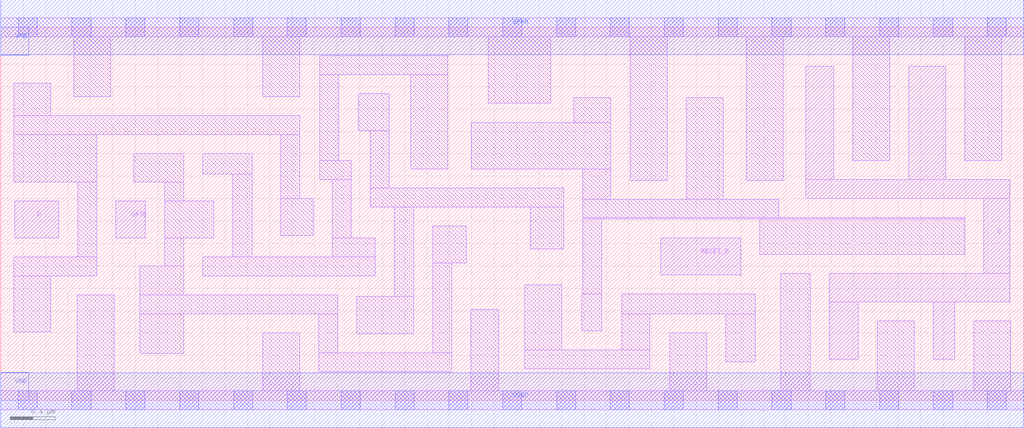
<source format=lef>
# Copyright 2020 The SkyWater PDK Authors
#
# Licensed under the Apache License, Version 2.0 (the "License");
# you may not use this file except in compliance with the License.
# You may obtain a copy of the License at
#
#     https://www.apache.org/licenses/LICENSE-2.0
#
# Unless required by applicable law or agreed to in writing, software
# distributed under the License is distributed on an "AS IS" BASIS,
# WITHOUT WARRANTIES OR CONDITIONS OF ANY KIND, either express or implied.
# See the License for the specific language governing permissions and
# limitations under the License.
#
# SPDX-License-Identifier: Apache-2.0

VERSION 5.5 ;
NAMESCASESENSITIVE ON ;
BUSBITCHARS "[]" ;
DIVIDERCHAR "/" ;
MACRO sky130_fd_sc_ms__dlrtp_4
  CLASS CORE ;
  SOURCE USER ;
  ORIGIN  0.000000  0.000000 ;
  SIZE  9.120000 BY  3.330000 ;
  SYMMETRY X Y ;
  SITE unit ;
  PIN D
    ANTENNAGATEAREA  0.208000 ;
    DIRECTION INPUT ;
    USE SIGNAL ;
    PORT
      LAYER li1 ;
        RECT 0.125000 1.450000 0.515000 1.780000 ;
    END
  END D
  PIN Q
    ANTENNADIFFAREA  1.164800 ;
    DIRECTION OUTPUT ;
    USE SIGNAL ;
    PORT
      LAYER li1 ;
        RECT 7.175000 1.800000 8.995000 1.970000 ;
        RECT 7.175000 1.970000 7.425000 2.980000 ;
        RECT 7.385000 0.365000 7.645000 0.880000 ;
        RECT 7.385000 0.880000 8.995000 1.130000 ;
        RECT 8.095000 1.970000 8.425000 2.980000 ;
        RECT 8.315000 0.365000 8.505000 0.880000 ;
        RECT 8.765000 1.130000 8.995000 1.800000 ;
    END
  END Q
  PIN RESET_B
    ANTENNAGATEAREA  0.444000 ;
    DIRECTION INPUT ;
    USE SIGNAL ;
    PORT
      LAYER li1 ;
        RECT 5.885000 1.120000 6.595000 1.450000 ;
    END
  END RESET_B
  PIN GATE
    ANTENNAGATEAREA  0.237000 ;
    DIRECTION INPUT ;
    USE CLOCK ;
    PORT
      LAYER li1 ;
        RECT 1.025000 1.450000 1.290000 1.780000 ;
    END
  END GATE
  PIN VGND
    DIRECTION INOUT ;
    USE GROUND ;
    PORT
      LAYER met1 ;
        RECT 0.000000 -0.245000 9.120000 0.245000 ;
    END
  END VGND
  PIN VNB
    DIRECTION INOUT ;
    USE GROUND ;
    PORT
    END
  END VNB
  PIN VPB
    DIRECTION INOUT ;
    USE POWER ;
    PORT
    END
  END VPB
  PIN VNB
    DIRECTION INOUT ;
    USE GROUND ;
    PORT
      LAYER met1 ;
        RECT 0.000000 0.000000 0.250000 0.250000 ;
    END
  END VNB
  PIN VPB
    DIRECTION INOUT ;
    USE POWER ;
    PORT
      LAYER met1 ;
        RECT 0.000000 3.080000 0.250000 3.330000 ;
    END
  END VPB
  PIN VPWR
    DIRECTION INOUT ;
    USE POWER ;
    PORT
      LAYER met1 ;
        RECT 0.000000 3.085000 9.120000 3.575000 ;
    END
  END VPWR
  OBS
    LAYER li1 ;
      RECT 0.000000 -0.085000 9.120000 0.085000 ;
      RECT 0.000000  3.245000 9.120000 3.415000 ;
      RECT 0.115000  0.610000 0.445000 1.110000 ;
      RECT 0.115000  1.110000 0.855000 1.280000 ;
      RECT 0.115000  1.950000 0.855000 2.370000 ;
      RECT 0.115000  2.370000 2.665000 2.540000 ;
      RECT 0.115000  2.540000 0.445000 2.830000 ;
      RECT 0.650000  2.710000 0.980000 3.245000 ;
      RECT 0.680000  0.085000 1.010000 0.940000 ;
      RECT 0.685000  1.280000 0.855000 1.950000 ;
      RECT 1.185000  1.950000 1.630000 2.200000 ;
      RECT 1.240000  0.420000 1.630000 0.770000 ;
      RECT 1.240000  0.770000 3.005000 0.940000 ;
      RECT 1.240000  0.940000 1.630000 1.200000 ;
      RECT 1.460000  1.200000 1.630000 1.450000 ;
      RECT 1.460000  1.450000 1.900000 1.780000 ;
      RECT 1.460000  1.780000 1.630000 1.950000 ;
      RECT 1.800000  1.110000 3.340000 1.280000 ;
      RECT 1.800000  2.020000 2.240000 2.200000 ;
      RECT 2.070000  1.280000 2.240000 2.020000 ;
      RECT 2.335000  0.085000 2.665000 0.600000 ;
      RECT 2.335000  2.710000 2.665000 3.245000 ;
      RECT 2.495000  1.470000 2.785000 1.800000 ;
      RECT 2.495000  1.800000 2.665000 2.370000 ;
      RECT 2.835000  0.255000 4.020000 0.425000 ;
      RECT 2.835000  0.425000 3.005000 0.770000 ;
      RECT 2.845000  1.970000 3.125000 2.140000 ;
      RECT 2.845000  2.140000 3.015000 2.905000 ;
      RECT 2.845000  2.905000 3.985000 3.075000 ;
      RECT 2.955000  1.280000 3.340000 1.450000 ;
      RECT 2.955000  1.450000 3.125000 1.970000 ;
      RECT 3.175000  0.595000 3.680000 0.925000 ;
      RECT 3.185000  2.405000 3.465000 2.735000 ;
      RECT 3.295000  1.725000 5.020000 1.895000 ;
      RECT 3.295000  1.895000 3.465000 2.405000 ;
      RECT 3.510000  0.925000 3.680000 1.725000 ;
      RECT 3.655000  2.065000 3.985000 2.905000 ;
      RECT 3.850000  0.425000 4.020000 1.225000 ;
      RECT 3.850000  1.225000 4.150000 1.555000 ;
      RECT 4.190000  0.085000 4.440000 0.810000 ;
      RECT 4.195000  2.065000 5.440000 2.480000 ;
      RECT 4.345000  2.650000 4.905000 3.245000 ;
      RECT 4.670000  0.280000 5.785000 0.450000 ;
      RECT 4.670000  0.450000 5.000000 1.030000 ;
      RECT 4.720000  1.350000 5.020000 1.725000 ;
      RECT 5.110000  2.480000 5.440000 2.700000 ;
      RECT 5.180000  0.620000 5.360000 0.950000 ;
      RECT 5.190000  0.950000 5.360000 1.620000 ;
      RECT 5.190000  1.620000 8.595000 1.630000 ;
      RECT 5.190000  1.630000 6.935000 1.790000 ;
      RECT 5.190000  1.790000 5.440000 2.065000 ;
      RECT 5.535000  0.450000 5.785000 0.770000 ;
      RECT 5.535000  0.770000 6.725000 0.950000 ;
      RECT 5.610000  1.960000 5.940000 3.245000 ;
      RECT 5.965000  0.085000 6.295000 0.600000 ;
      RECT 6.110000  1.790000 6.440000 2.700000 ;
      RECT 6.465000  0.345000 6.725000 0.770000 ;
      RECT 6.645000  1.960000 6.975000 3.245000 ;
      RECT 6.765000  1.300000 8.595000 1.620000 ;
      RECT 6.955000  0.085000 7.215000 1.130000 ;
      RECT 7.595000  2.140000 7.925000 3.245000 ;
      RECT 7.815000  0.085000 8.145000 0.710000 ;
      RECT 8.595000  2.140000 8.925000 3.245000 ;
      RECT 8.675000  0.085000 9.005000 0.710000 ;
    LAYER mcon ;
      RECT 0.155000 -0.085000 0.325000 0.085000 ;
      RECT 0.155000  3.245000 0.325000 3.415000 ;
      RECT 0.635000 -0.085000 0.805000 0.085000 ;
      RECT 0.635000  3.245000 0.805000 3.415000 ;
      RECT 1.115000 -0.085000 1.285000 0.085000 ;
      RECT 1.115000  3.245000 1.285000 3.415000 ;
      RECT 1.595000 -0.085000 1.765000 0.085000 ;
      RECT 1.595000  3.245000 1.765000 3.415000 ;
      RECT 2.075000 -0.085000 2.245000 0.085000 ;
      RECT 2.075000  3.245000 2.245000 3.415000 ;
      RECT 2.555000 -0.085000 2.725000 0.085000 ;
      RECT 2.555000  3.245000 2.725000 3.415000 ;
      RECT 3.035000 -0.085000 3.205000 0.085000 ;
      RECT 3.035000  3.245000 3.205000 3.415000 ;
      RECT 3.515000 -0.085000 3.685000 0.085000 ;
      RECT 3.515000  3.245000 3.685000 3.415000 ;
      RECT 3.995000 -0.085000 4.165000 0.085000 ;
      RECT 3.995000  3.245000 4.165000 3.415000 ;
      RECT 4.475000 -0.085000 4.645000 0.085000 ;
      RECT 4.475000  3.245000 4.645000 3.415000 ;
      RECT 4.955000 -0.085000 5.125000 0.085000 ;
      RECT 4.955000  3.245000 5.125000 3.415000 ;
      RECT 5.435000 -0.085000 5.605000 0.085000 ;
      RECT 5.435000  3.245000 5.605000 3.415000 ;
      RECT 5.915000 -0.085000 6.085000 0.085000 ;
      RECT 5.915000  3.245000 6.085000 3.415000 ;
      RECT 6.395000 -0.085000 6.565000 0.085000 ;
      RECT 6.395000  3.245000 6.565000 3.415000 ;
      RECT 6.875000 -0.085000 7.045000 0.085000 ;
      RECT 6.875000  3.245000 7.045000 3.415000 ;
      RECT 7.355000 -0.085000 7.525000 0.085000 ;
      RECT 7.355000  3.245000 7.525000 3.415000 ;
      RECT 7.835000 -0.085000 8.005000 0.085000 ;
      RECT 7.835000  3.245000 8.005000 3.415000 ;
      RECT 8.315000 -0.085000 8.485000 0.085000 ;
      RECT 8.315000  3.245000 8.485000 3.415000 ;
      RECT 8.795000 -0.085000 8.965000 0.085000 ;
      RECT 8.795000  3.245000 8.965000 3.415000 ;
  END
END sky130_fd_sc_ms__dlrtp_4
END LIBRARY

</source>
